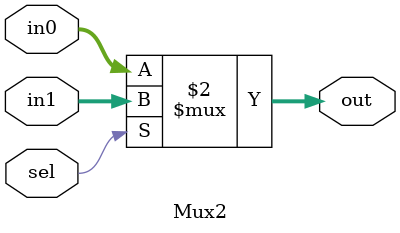
<source format=v>
module Mux2(input [31:0] in0, 
           input [31:0] in1, 
           input sel, 
           output [31:0] out);
           
    assign out = sel==0?in0:in1;
    
endmodule

</source>
